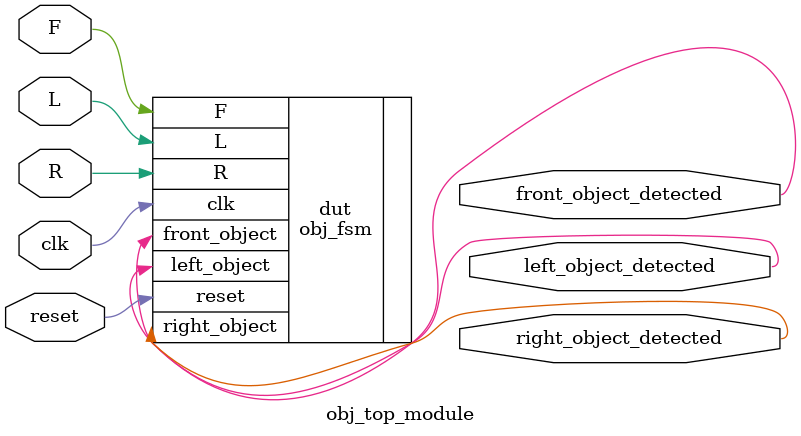
<source format=v>
module obj_top_module (
    input wire clk,
    input wire reset,
    input wire L,
    input wire R,
    input wire F,
    output wire left_object_detected,
    output wire right_object_detected,
    output wire front_object_detected
);

obj_fsm dut (
    .clk(clk),
    .reset(reset),
    .L(L),
    .R(R),
    .F(F),
    .left_object(left_object_detected),
    .right_object(right_object_detected),
    .front_object(front_object_detected)
);

endmodule
</source>
